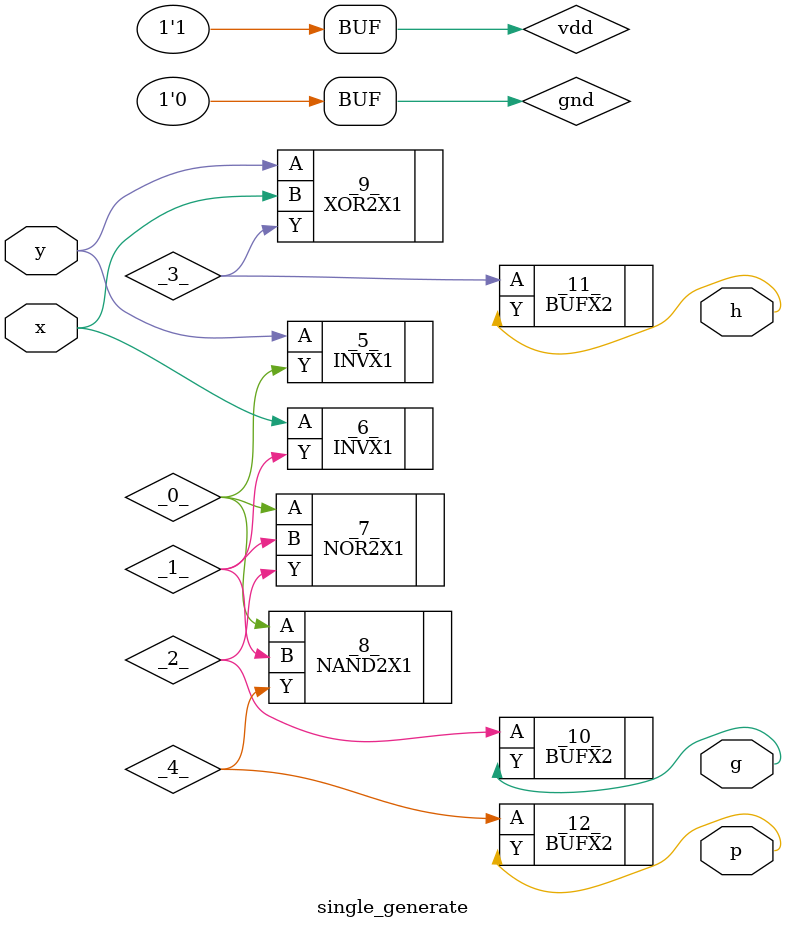
<source format=v>
/* Verilog module written by vlog2Verilog (qflow) */

module single_generate(
    output g,
    output h,
    output p,
    input x,
    input y
);

wire vdd = 1'b1;
wire gnd = 1'b0;

wire g ;
wire h ;
wire p ;
wire x ;
wire y ;
wire _4_ ;
wire _1_ ;
wire _3_ ;
wire _0_ ;
wire _2_ ;

BUFX2 _10_ (
    .A(_2_),
    .Y(g)
);

BUFX2 _11_ (
    .A(_3_),
    .Y(h)
);

BUFX2 _12_ (
    .A(_4_),
    .Y(p)
);

INVX1 _5_ (
    .A(y),
    .Y(_0_)
);

INVX1 _6_ (
    .A(x),
    .Y(_1_)
);

NOR2X1 _7_ (
    .A(_0_),
    .B(_1_),
    .Y(_2_)
);

NAND2X1 _8_ (
    .A(_0_),
    .B(_1_),
    .Y(_4_)
);

XOR2X1 _9_ (
    .A(y),
    .B(x),
    .Y(_3_)
);

endmodule

</source>
